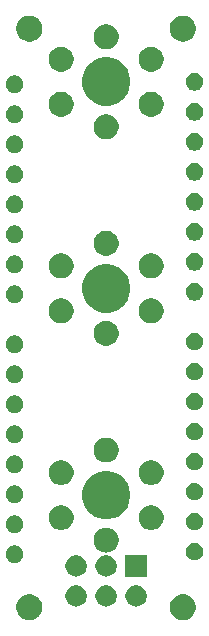
<source format=gbr>
G04 #@! TF.GenerationSoftware,KiCad,Pcbnew,5.1.5-52549c5~84~ubuntu18.04.1*
G04 #@! TF.CreationDate,2020-01-13T21:42:59-08:00*
G04 #@! TF.ProjectId,somos_wristband_1.0,736f6d6f-735f-4777-9269-737462616e64,rev?*
G04 #@! TF.SameCoordinates,Original*
G04 #@! TF.FileFunction,Soldermask,Bot*
G04 #@! TF.FilePolarity,Negative*
%FSLAX46Y46*%
G04 Gerber Fmt 4.6, Leading zero omitted, Abs format (unit mm)*
G04 Created by KiCad (PCBNEW 5.1.5-52549c5~84~ubuntu18.04.1) date 2020-01-13 21:42:59*
%MOMM*%
%LPD*%
G04 APERTURE LIST*
%ADD10C,0.100000*%
G04 APERTURE END LIST*
D10*
G36*
X156714795Y-126420156D02*
G01*
X156821150Y-126441311D01*
X156845166Y-126451259D01*
X157021520Y-126524307D01*
X157201844Y-126644795D01*
X157355205Y-126798156D01*
X157475693Y-126978480D01*
X157558689Y-127178851D01*
X157601000Y-127391560D01*
X157601000Y-127608440D01*
X157558689Y-127821149D01*
X157475693Y-128021520D01*
X157355205Y-128201844D01*
X157201844Y-128355205D01*
X157021520Y-128475693D01*
X156921334Y-128517191D01*
X156821150Y-128558689D01*
X156714794Y-128579845D01*
X156608440Y-128601000D01*
X156391560Y-128601000D01*
X156285206Y-128579845D01*
X156178850Y-128558689D01*
X156078666Y-128517191D01*
X155978480Y-128475693D01*
X155798156Y-128355205D01*
X155644795Y-128201844D01*
X155524307Y-128021520D01*
X155441311Y-127821149D01*
X155399000Y-127608440D01*
X155399000Y-127391560D01*
X155441311Y-127178851D01*
X155524307Y-126978480D01*
X155644795Y-126798156D01*
X155798156Y-126644795D01*
X155978480Y-126524307D01*
X156154834Y-126451259D01*
X156178850Y-126441311D01*
X156285205Y-126420156D01*
X156391560Y-126399000D01*
X156608440Y-126399000D01*
X156714795Y-126420156D01*
G37*
G36*
X143714795Y-126420156D02*
G01*
X143821150Y-126441311D01*
X143845166Y-126451259D01*
X144021520Y-126524307D01*
X144201844Y-126644795D01*
X144355205Y-126798156D01*
X144475693Y-126978480D01*
X144558689Y-127178851D01*
X144601000Y-127391560D01*
X144601000Y-127608440D01*
X144558689Y-127821149D01*
X144475693Y-128021520D01*
X144355205Y-128201844D01*
X144201844Y-128355205D01*
X144021520Y-128475693D01*
X143921334Y-128517191D01*
X143821150Y-128558689D01*
X143714794Y-128579845D01*
X143608440Y-128601000D01*
X143391560Y-128601000D01*
X143285206Y-128579845D01*
X143178850Y-128558689D01*
X143078666Y-128517191D01*
X142978480Y-128475693D01*
X142798156Y-128355205D01*
X142644795Y-128201844D01*
X142524307Y-128021520D01*
X142441311Y-127821149D01*
X142399000Y-127608440D01*
X142399000Y-127391560D01*
X142441311Y-127178851D01*
X142524307Y-126978480D01*
X142644795Y-126798156D01*
X142798156Y-126644795D01*
X142978480Y-126524307D01*
X143154834Y-126451259D01*
X143178850Y-126441311D01*
X143285205Y-126420156D01*
X143391560Y-126399000D01*
X143608440Y-126399000D01*
X143714795Y-126420156D01*
G37*
G36*
X152653512Y-125643927D02*
G01*
X152802812Y-125673624D01*
X152966784Y-125741544D01*
X153114354Y-125840147D01*
X153239853Y-125965646D01*
X153338456Y-126113216D01*
X153406376Y-126277188D01*
X153441000Y-126451259D01*
X153441000Y-126628741D01*
X153406376Y-126802812D01*
X153338456Y-126966784D01*
X153239853Y-127114354D01*
X153114354Y-127239853D01*
X152966784Y-127338456D01*
X152802812Y-127406376D01*
X152653512Y-127436073D01*
X152628742Y-127441000D01*
X152451258Y-127441000D01*
X152426488Y-127436073D01*
X152277188Y-127406376D01*
X152113216Y-127338456D01*
X151965646Y-127239853D01*
X151840147Y-127114354D01*
X151741544Y-126966784D01*
X151673624Y-126802812D01*
X151639000Y-126628741D01*
X151639000Y-126451259D01*
X151673624Y-126277188D01*
X151741544Y-126113216D01*
X151840147Y-125965646D01*
X151965646Y-125840147D01*
X152113216Y-125741544D01*
X152277188Y-125673624D01*
X152426488Y-125643927D01*
X152451258Y-125639000D01*
X152628742Y-125639000D01*
X152653512Y-125643927D01*
G37*
G36*
X150113512Y-125643927D02*
G01*
X150262812Y-125673624D01*
X150426784Y-125741544D01*
X150574354Y-125840147D01*
X150699853Y-125965646D01*
X150798456Y-126113216D01*
X150866376Y-126277188D01*
X150901000Y-126451259D01*
X150901000Y-126628741D01*
X150866376Y-126802812D01*
X150798456Y-126966784D01*
X150699853Y-127114354D01*
X150574354Y-127239853D01*
X150426784Y-127338456D01*
X150262812Y-127406376D01*
X150113512Y-127436073D01*
X150088742Y-127441000D01*
X149911258Y-127441000D01*
X149886488Y-127436073D01*
X149737188Y-127406376D01*
X149573216Y-127338456D01*
X149425646Y-127239853D01*
X149300147Y-127114354D01*
X149201544Y-126966784D01*
X149133624Y-126802812D01*
X149099000Y-126628741D01*
X149099000Y-126451259D01*
X149133624Y-126277188D01*
X149201544Y-126113216D01*
X149300147Y-125965646D01*
X149425646Y-125840147D01*
X149573216Y-125741544D01*
X149737188Y-125673624D01*
X149886488Y-125643927D01*
X149911258Y-125639000D01*
X150088742Y-125639000D01*
X150113512Y-125643927D01*
G37*
G36*
X147573512Y-125643927D02*
G01*
X147722812Y-125673624D01*
X147886784Y-125741544D01*
X148034354Y-125840147D01*
X148159853Y-125965646D01*
X148258456Y-126113216D01*
X148326376Y-126277188D01*
X148361000Y-126451259D01*
X148361000Y-126628741D01*
X148326376Y-126802812D01*
X148258456Y-126966784D01*
X148159853Y-127114354D01*
X148034354Y-127239853D01*
X147886784Y-127338456D01*
X147722812Y-127406376D01*
X147573512Y-127436073D01*
X147548742Y-127441000D01*
X147371258Y-127441000D01*
X147346488Y-127436073D01*
X147197188Y-127406376D01*
X147033216Y-127338456D01*
X146885646Y-127239853D01*
X146760147Y-127114354D01*
X146661544Y-126966784D01*
X146593624Y-126802812D01*
X146559000Y-126628741D01*
X146559000Y-126451259D01*
X146593624Y-126277188D01*
X146661544Y-126113216D01*
X146760147Y-125965646D01*
X146885646Y-125840147D01*
X147033216Y-125741544D01*
X147197188Y-125673624D01*
X147346488Y-125643927D01*
X147371258Y-125639000D01*
X147548742Y-125639000D01*
X147573512Y-125643927D01*
G37*
G36*
X153441000Y-124901000D02*
G01*
X151639000Y-124901000D01*
X151639000Y-123099000D01*
X153441000Y-123099000D01*
X153441000Y-124901000D01*
G37*
G36*
X150306564Y-120799389D02*
G01*
X150395880Y-120836385D01*
X150497835Y-120878616D01*
X150538113Y-120905529D01*
X150669973Y-120993635D01*
X150816365Y-121140027D01*
X150931385Y-121312167D01*
X151010611Y-121503436D01*
X151051000Y-121706484D01*
X151051000Y-121913516D01*
X151010611Y-122116564D01*
X150934105Y-122301267D01*
X150931384Y-122307835D01*
X150816365Y-122479973D01*
X150669973Y-122626365D01*
X150497835Y-122741384D01*
X150497834Y-122741385D01*
X150497833Y-122741385D01*
X150306564Y-122820611D01*
X150114212Y-122858872D01*
X150090763Y-122865985D01*
X150069152Y-122877536D01*
X150050210Y-122893081D01*
X150034665Y-122912023D01*
X150023114Y-122933634D01*
X150016001Y-122957083D01*
X150013599Y-122981469D01*
X150016001Y-123005855D01*
X150023114Y-123029304D01*
X150034665Y-123050915D01*
X150050210Y-123069857D01*
X150069152Y-123085402D01*
X150090763Y-123096953D01*
X150114211Y-123104066D01*
X150135804Y-123108361D01*
X150262812Y-123133624D01*
X150426784Y-123201544D01*
X150574354Y-123300147D01*
X150699853Y-123425646D01*
X150798456Y-123573216D01*
X150866376Y-123737188D01*
X150901000Y-123911259D01*
X150901000Y-124088741D01*
X150866376Y-124262812D01*
X150798456Y-124426784D01*
X150699853Y-124574354D01*
X150574354Y-124699853D01*
X150426784Y-124798456D01*
X150262812Y-124866376D01*
X150113512Y-124896073D01*
X150088742Y-124901000D01*
X149911258Y-124901000D01*
X149886488Y-124896073D01*
X149737188Y-124866376D01*
X149573216Y-124798456D01*
X149425646Y-124699853D01*
X149300147Y-124574354D01*
X149201544Y-124426784D01*
X149133624Y-124262812D01*
X149099000Y-124088741D01*
X149099000Y-123911259D01*
X149133624Y-123737188D01*
X149201544Y-123573216D01*
X149300147Y-123425646D01*
X149425646Y-123300147D01*
X149573216Y-123201544D01*
X149737188Y-123133624D01*
X149864196Y-123108361D01*
X149885789Y-123104066D01*
X149909238Y-123096953D01*
X149930848Y-123085402D01*
X149949790Y-123069856D01*
X149965335Y-123050914D01*
X149976886Y-123029304D01*
X149983999Y-123005855D01*
X149986401Y-122981468D01*
X149983999Y-122957082D01*
X149976886Y-122933633D01*
X149965335Y-122912023D01*
X149949789Y-122893081D01*
X149930847Y-122877536D01*
X149909237Y-122865985D01*
X149885788Y-122858872D01*
X149693436Y-122820611D01*
X149502167Y-122741385D01*
X149502166Y-122741385D01*
X149502165Y-122741384D01*
X149330027Y-122626365D01*
X149183635Y-122479973D01*
X149068616Y-122307835D01*
X149065895Y-122301267D01*
X148989389Y-122116564D01*
X148949000Y-121913516D01*
X148949000Y-121706484D01*
X148989389Y-121503436D01*
X149068615Y-121312167D01*
X149183635Y-121140027D01*
X149330027Y-120993635D01*
X149461887Y-120905529D01*
X149502165Y-120878616D01*
X149604120Y-120836385D01*
X149693436Y-120799389D01*
X149896484Y-120759000D01*
X150103516Y-120759000D01*
X150306564Y-120799389D01*
G37*
G36*
X147573512Y-123103927D02*
G01*
X147722812Y-123133624D01*
X147886784Y-123201544D01*
X148034354Y-123300147D01*
X148159853Y-123425646D01*
X148258456Y-123573216D01*
X148326376Y-123737188D01*
X148361000Y-123911259D01*
X148361000Y-124088741D01*
X148326376Y-124262812D01*
X148258456Y-124426784D01*
X148159853Y-124574354D01*
X148034354Y-124699853D01*
X147886784Y-124798456D01*
X147722812Y-124866376D01*
X147573512Y-124896073D01*
X147548742Y-124901000D01*
X147371258Y-124901000D01*
X147346488Y-124896073D01*
X147197188Y-124866376D01*
X147033216Y-124798456D01*
X146885646Y-124699853D01*
X146760147Y-124574354D01*
X146661544Y-124426784D01*
X146593624Y-124262812D01*
X146559000Y-124088741D01*
X146559000Y-123911259D01*
X146593624Y-123737188D01*
X146661544Y-123573216D01*
X146760147Y-123425646D01*
X146885646Y-123300147D01*
X147033216Y-123201544D01*
X147197188Y-123133624D01*
X147346488Y-123103927D01*
X147371258Y-123099000D01*
X147548742Y-123099000D01*
X147573512Y-123103927D01*
G37*
G36*
X142459059Y-122277860D02*
G01*
X142515564Y-122301265D01*
X142595732Y-122334472D01*
X142718735Y-122416660D01*
X142823340Y-122521265D01*
X142905528Y-122644268D01*
X142905529Y-122644270D01*
X142962140Y-122780941D01*
X142991000Y-122926032D01*
X142991000Y-123073968D01*
X142965624Y-123201544D01*
X142962140Y-123219059D01*
X142905528Y-123355732D01*
X142823340Y-123478735D01*
X142718735Y-123583340D01*
X142595732Y-123665528D01*
X142595731Y-123665529D01*
X142595730Y-123665529D01*
X142459059Y-123722140D01*
X142313968Y-123751000D01*
X142166032Y-123751000D01*
X142020941Y-123722140D01*
X141884270Y-123665529D01*
X141884269Y-123665529D01*
X141884268Y-123665528D01*
X141761265Y-123583340D01*
X141656660Y-123478735D01*
X141574472Y-123355732D01*
X141517860Y-123219059D01*
X141514376Y-123201544D01*
X141489000Y-123073968D01*
X141489000Y-122926032D01*
X141517860Y-122780941D01*
X141574471Y-122644270D01*
X141574472Y-122644268D01*
X141656660Y-122521265D01*
X141761265Y-122416660D01*
X141884268Y-122334472D01*
X141964437Y-122301265D01*
X142020941Y-122277860D01*
X142166032Y-122249000D01*
X142313968Y-122249000D01*
X142459059Y-122277860D01*
G37*
G36*
X157699059Y-122057860D02*
G01*
X157835732Y-122114472D01*
X157958735Y-122196660D01*
X158063340Y-122301265D01*
X158140444Y-122416660D01*
X158145529Y-122424270D01*
X158202140Y-122560941D01*
X158231000Y-122706032D01*
X158231000Y-122853968D01*
X158202140Y-122999059D01*
X158166376Y-123085402D01*
X158145528Y-123135732D01*
X158063340Y-123258735D01*
X157958735Y-123363340D01*
X157835732Y-123445528D01*
X157835731Y-123445529D01*
X157835730Y-123445529D01*
X157699059Y-123502140D01*
X157553968Y-123531000D01*
X157406032Y-123531000D01*
X157260941Y-123502140D01*
X157124270Y-123445529D01*
X157124269Y-123445529D01*
X157124268Y-123445528D01*
X157001265Y-123363340D01*
X156896660Y-123258735D01*
X156814472Y-123135732D01*
X156793625Y-123085402D01*
X156757860Y-122999059D01*
X156729000Y-122853968D01*
X156729000Y-122706032D01*
X156757860Y-122560941D01*
X156814471Y-122424270D01*
X156819556Y-122416660D01*
X156896660Y-122301265D01*
X157001265Y-122196660D01*
X157124268Y-122114472D01*
X157260941Y-122057860D01*
X157406032Y-122029000D01*
X157553968Y-122029000D01*
X157699059Y-122057860D01*
G37*
G36*
X142459059Y-119737860D02*
G01*
X142515564Y-119761265D01*
X142595732Y-119794472D01*
X142718735Y-119876660D01*
X142823340Y-119981265D01*
X142869935Y-120051000D01*
X142905529Y-120104270D01*
X142962140Y-120240941D01*
X142991000Y-120386032D01*
X142991000Y-120533968D01*
X142962140Y-120679059D01*
X142905528Y-120815732D01*
X142823340Y-120938735D01*
X142718735Y-121043340D01*
X142595732Y-121125528D01*
X142595731Y-121125529D01*
X142595730Y-121125529D01*
X142459059Y-121182140D01*
X142313968Y-121211000D01*
X142166032Y-121211000D01*
X142020941Y-121182140D01*
X141884270Y-121125529D01*
X141884269Y-121125529D01*
X141884268Y-121125528D01*
X141761265Y-121043340D01*
X141656660Y-120938735D01*
X141574472Y-120815732D01*
X141517860Y-120679059D01*
X141489000Y-120533968D01*
X141489000Y-120386032D01*
X141517860Y-120240941D01*
X141574471Y-120104270D01*
X141610065Y-120051000D01*
X141656660Y-119981265D01*
X141761265Y-119876660D01*
X141884268Y-119794472D01*
X141964437Y-119761265D01*
X142020941Y-119737860D01*
X142166032Y-119709000D01*
X142313968Y-119709000D01*
X142459059Y-119737860D01*
G37*
G36*
X157699059Y-119517860D02*
G01*
X157835732Y-119574472D01*
X157958735Y-119656660D01*
X158063340Y-119761265D01*
X158140444Y-119876660D01*
X158145529Y-119884270D01*
X158202140Y-120020941D01*
X158231000Y-120166032D01*
X158231000Y-120313968D01*
X158213324Y-120402833D01*
X158202140Y-120459059D01*
X158145528Y-120595732D01*
X158063340Y-120718735D01*
X157958735Y-120823340D01*
X157835732Y-120905528D01*
X157835731Y-120905529D01*
X157835730Y-120905529D01*
X157699059Y-120962140D01*
X157553968Y-120991000D01*
X157406032Y-120991000D01*
X157260941Y-120962140D01*
X157124270Y-120905529D01*
X157124269Y-120905529D01*
X157124268Y-120905528D01*
X157001265Y-120823340D01*
X156896660Y-120718735D01*
X156814472Y-120595732D01*
X156757860Y-120459059D01*
X156746676Y-120402833D01*
X156729000Y-120313968D01*
X156729000Y-120166032D01*
X156757860Y-120020941D01*
X156814471Y-119884270D01*
X156819556Y-119876660D01*
X156896660Y-119761265D01*
X157001265Y-119656660D01*
X157124268Y-119574472D01*
X157260941Y-119517860D01*
X157406032Y-119489000D01*
X157553968Y-119489000D01*
X157699059Y-119517860D01*
G37*
G36*
X146496564Y-118894389D02*
G01*
X146682753Y-118971511D01*
X146687835Y-118973616D01*
X146859973Y-119088635D01*
X147006365Y-119235027D01*
X147121385Y-119407167D01*
X147200611Y-119598436D01*
X147241000Y-119801484D01*
X147241000Y-120008516D01*
X147200611Y-120211564D01*
X147158194Y-120313967D01*
X147121384Y-120402835D01*
X147006365Y-120574973D01*
X146859973Y-120721365D01*
X146687835Y-120836384D01*
X146687834Y-120836385D01*
X146687833Y-120836385D01*
X146496564Y-120915611D01*
X146293516Y-120956000D01*
X146086484Y-120956000D01*
X145883436Y-120915611D01*
X145692167Y-120836385D01*
X145692166Y-120836385D01*
X145692165Y-120836384D01*
X145520027Y-120721365D01*
X145373635Y-120574973D01*
X145258616Y-120402835D01*
X145221806Y-120313967D01*
X145179389Y-120211564D01*
X145139000Y-120008516D01*
X145139000Y-119801484D01*
X145179389Y-119598436D01*
X145258615Y-119407167D01*
X145373635Y-119235027D01*
X145520027Y-119088635D01*
X145692165Y-118973616D01*
X145697247Y-118971511D01*
X145883436Y-118894389D01*
X146086484Y-118854000D01*
X146293516Y-118854000D01*
X146496564Y-118894389D01*
G37*
G36*
X154116564Y-118894389D02*
G01*
X154302753Y-118971511D01*
X154307835Y-118973616D01*
X154479973Y-119088635D01*
X154626365Y-119235027D01*
X154741385Y-119407167D01*
X154820611Y-119598436D01*
X154861000Y-119801484D01*
X154861000Y-120008516D01*
X154820611Y-120211564D01*
X154778194Y-120313967D01*
X154741384Y-120402835D01*
X154626365Y-120574973D01*
X154479973Y-120721365D01*
X154307835Y-120836384D01*
X154307834Y-120836385D01*
X154307833Y-120836385D01*
X154116564Y-120915611D01*
X153913516Y-120956000D01*
X153706484Y-120956000D01*
X153503436Y-120915611D01*
X153312167Y-120836385D01*
X153312166Y-120836385D01*
X153312165Y-120836384D01*
X153140027Y-120721365D01*
X152993635Y-120574973D01*
X152878616Y-120402835D01*
X152841806Y-120313967D01*
X152799389Y-120211564D01*
X152759000Y-120008516D01*
X152759000Y-119801484D01*
X152799389Y-119598436D01*
X152878615Y-119407167D01*
X152993635Y-119235027D01*
X153140027Y-119088635D01*
X153312165Y-118973616D01*
X153317247Y-118971511D01*
X153503436Y-118894389D01*
X153706484Y-118854000D01*
X153913516Y-118854000D01*
X154116564Y-118894389D01*
G37*
G36*
X150598254Y-116027818D02*
G01*
X150971511Y-116182426D01*
X150971513Y-116182427D01*
X151307436Y-116406884D01*
X151593116Y-116692564D01*
X151816168Y-117026384D01*
X151817574Y-117028489D01*
X151972182Y-117401746D01*
X152051000Y-117797993D01*
X152051000Y-118202007D01*
X151972182Y-118598254D01*
X151817574Y-118971511D01*
X151817573Y-118971513D01*
X151593116Y-119307436D01*
X151307436Y-119593116D01*
X150971513Y-119817573D01*
X150971512Y-119817574D01*
X150971511Y-119817574D01*
X150598254Y-119972182D01*
X150202007Y-120051000D01*
X149797993Y-120051000D01*
X149401746Y-119972182D01*
X149028489Y-119817574D01*
X149028488Y-119817574D01*
X149028487Y-119817573D01*
X148692564Y-119593116D01*
X148406884Y-119307436D01*
X148182427Y-118971513D01*
X148182426Y-118971511D01*
X148027818Y-118598254D01*
X147949000Y-118202007D01*
X147949000Y-117797993D01*
X148027818Y-117401746D01*
X148182426Y-117028489D01*
X148183833Y-117026384D01*
X148406884Y-116692564D01*
X148692564Y-116406884D01*
X149028487Y-116182427D01*
X149028489Y-116182426D01*
X149401746Y-116027818D01*
X149797993Y-115949000D01*
X150202007Y-115949000D01*
X150598254Y-116027818D01*
G37*
G36*
X142459059Y-117197860D02*
G01*
X142515564Y-117221265D01*
X142595732Y-117254472D01*
X142718735Y-117336660D01*
X142823340Y-117441265D01*
X142905528Y-117564268D01*
X142905529Y-117564270D01*
X142962140Y-117700941D01*
X142991000Y-117846032D01*
X142991000Y-117993968D01*
X142962140Y-118139059D01*
X142905528Y-118275732D01*
X142823340Y-118398735D01*
X142718735Y-118503340D01*
X142595732Y-118585528D01*
X142595731Y-118585529D01*
X142595730Y-118585529D01*
X142459059Y-118642140D01*
X142313968Y-118671000D01*
X142166032Y-118671000D01*
X142020941Y-118642140D01*
X141884270Y-118585529D01*
X141884269Y-118585529D01*
X141884268Y-118585528D01*
X141761265Y-118503340D01*
X141656660Y-118398735D01*
X141574472Y-118275732D01*
X141517860Y-118139059D01*
X141489000Y-117993968D01*
X141489000Y-117846032D01*
X141517860Y-117700941D01*
X141574471Y-117564270D01*
X141574472Y-117564268D01*
X141656660Y-117441265D01*
X141761265Y-117336660D01*
X141884268Y-117254472D01*
X141964437Y-117221265D01*
X142020941Y-117197860D01*
X142166032Y-117169000D01*
X142313968Y-117169000D01*
X142459059Y-117197860D01*
G37*
G36*
X157699059Y-116977860D02*
G01*
X157816209Y-117026385D01*
X157835732Y-117034472D01*
X157958735Y-117116660D01*
X158063340Y-117221265D01*
X158140444Y-117336660D01*
X158145529Y-117344270D01*
X158202140Y-117480941D01*
X158231000Y-117626032D01*
X158231000Y-117773968D01*
X158202140Y-117919059D01*
X158145528Y-118055732D01*
X158063340Y-118178735D01*
X157958735Y-118283340D01*
X157835732Y-118365528D01*
X157835731Y-118365529D01*
X157835730Y-118365529D01*
X157699059Y-118422140D01*
X157553968Y-118451000D01*
X157406032Y-118451000D01*
X157260941Y-118422140D01*
X157124270Y-118365529D01*
X157124269Y-118365529D01*
X157124268Y-118365528D01*
X157001265Y-118283340D01*
X156896660Y-118178735D01*
X156814472Y-118055732D01*
X156757860Y-117919059D01*
X156729000Y-117773968D01*
X156729000Y-117626032D01*
X156757860Y-117480941D01*
X156814471Y-117344270D01*
X156819556Y-117336660D01*
X156896660Y-117221265D01*
X157001265Y-117116660D01*
X157124268Y-117034472D01*
X157143792Y-117026385D01*
X157260941Y-116977860D01*
X157406032Y-116949000D01*
X157553968Y-116949000D01*
X157699059Y-116977860D01*
G37*
G36*
X154116564Y-115084389D02*
G01*
X154205880Y-115121385D01*
X154307835Y-115163616D01*
X154413124Y-115233968D01*
X154479973Y-115278635D01*
X154626365Y-115425027D01*
X154741385Y-115597167D01*
X154820611Y-115788436D01*
X154861000Y-115991484D01*
X154861000Y-116198516D01*
X154820611Y-116401564D01*
X154818407Y-116406884D01*
X154741384Y-116592835D01*
X154626365Y-116764973D01*
X154479973Y-116911365D01*
X154307835Y-117026384D01*
X154307834Y-117026385D01*
X154307833Y-117026385D01*
X154116564Y-117105611D01*
X153913516Y-117146000D01*
X153706484Y-117146000D01*
X153503436Y-117105611D01*
X153312167Y-117026385D01*
X153312166Y-117026385D01*
X153312165Y-117026384D01*
X153140027Y-116911365D01*
X152993635Y-116764973D01*
X152878616Y-116592835D01*
X152801593Y-116406884D01*
X152799389Y-116401564D01*
X152759000Y-116198516D01*
X152759000Y-115991484D01*
X152799389Y-115788436D01*
X152878615Y-115597167D01*
X152993635Y-115425027D01*
X153140027Y-115278635D01*
X153206876Y-115233968D01*
X153312165Y-115163616D01*
X153414120Y-115121385D01*
X153503436Y-115084389D01*
X153706484Y-115044000D01*
X153913516Y-115044000D01*
X154116564Y-115084389D01*
G37*
G36*
X146496564Y-115084389D02*
G01*
X146585880Y-115121385D01*
X146687835Y-115163616D01*
X146793124Y-115233968D01*
X146859973Y-115278635D01*
X147006365Y-115425027D01*
X147121385Y-115597167D01*
X147200611Y-115788436D01*
X147241000Y-115991484D01*
X147241000Y-116198516D01*
X147200611Y-116401564D01*
X147198407Y-116406884D01*
X147121384Y-116592835D01*
X147006365Y-116764973D01*
X146859973Y-116911365D01*
X146687835Y-117026384D01*
X146687834Y-117026385D01*
X146687833Y-117026385D01*
X146496564Y-117105611D01*
X146293516Y-117146000D01*
X146086484Y-117146000D01*
X145883436Y-117105611D01*
X145692167Y-117026385D01*
X145692166Y-117026385D01*
X145692165Y-117026384D01*
X145520027Y-116911365D01*
X145373635Y-116764973D01*
X145258616Y-116592835D01*
X145181593Y-116406884D01*
X145179389Y-116401564D01*
X145139000Y-116198516D01*
X145139000Y-115991484D01*
X145179389Y-115788436D01*
X145258615Y-115597167D01*
X145373635Y-115425027D01*
X145520027Y-115278635D01*
X145586876Y-115233968D01*
X145692165Y-115163616D01*
X145794120Y-115121385D01*
X145883436Y-115084389D01*
X146086484Y-115044000D01*
X146293516Y-115044000D01*
X146496564Y-115084389D01*
G37*
G36*
X142459059Y-114657860D02*
G01*
X142515564Y-114681265D01*
X142595732Y-114714472D01*
X142718735Y-114796660D01*
X142823340Y-114901265D01*
X142905528Y-115024268D01*
X142905529Y-115024270D01*
X142962140Y-115160941D01*
X142991000Y-115306032D01*
X142991000Y-115453968D01*
X142962517Y-115597165D01*
X142962140Y-115599059D01*
X142905528Y-115735732D01*
X142823340Y-115858735D01*
X142718735Y-115963340D01*
X142595732Y-116045528D01*
X142595731Y-116045529D01*
X142595730Y-116045529D01*
X142459059Y-116102140D01*
X142313968Y-116131000D01*
X142166032Y-116131000D01*
X142020941Y-116102140D01*
X141884270Y-116045529D01*
X141884269Y-116045529D01*
X141884268Y-116045528D01*
X141761265Y-115963340D01*
X141656660Y-115858735D01*
X141574472Y-115735732D01*
X141517860Y-115599059D01*
X141517483Y-115597165D01*
X141489000Y-115453968D01*
X141489000Y-115306032D01*
X141517860Y-115160941D01*
X141574471Y-115024270D01*
X141574472Y-115024268D01*
X141656660Y-114901265D01*
X141761265Y-114796660D01*
X141884268Y-114714472D01*
X141964437Y-114681265D01*
X142020941Y-114657860D01*
X142166032Y-114629000D01*
X142313968Y-114629000D01*
X142459059Y-114657860D01*
G37*
G36*
X157699059Y-114437860D02*
G01*
X157835732Y-114494472D01*
X157958735Y-114576660D01*
X158063340Y-114681265D01*
X158140444Y-114796660D01*
X158145529Y-114804270D01*
X158202140Y-114940941D01*
X158231000Y-115086032D01*
X158231000Y-115233968D01*
X158202140Y-115379059D01*
X158145528Y-115515732D01*
X158063340Y-115638735D01*
X157958735Y-115743340D01*
X157835732Y-115825528D01*
X157835731Y-115825529D01*
X157835730Y-115825529D01*
X157699059Y-115882140D01*
X157553968Y-115911000D01*
X157406032Y-115911000D01*
X157260941Y-115882140D01*
X157124270Y-115825529D01*
X157124269Y-115825529D01*
X157124268Y-115825528D01*
X157001265Y-115743340D01*
X156896660Y-115638735D01*
X156814472Y-115515732D01*
X156757860Y-115379059D01*
X156729000Y-115233968D01*
X156729000Y-115086032D01*
X156757860Y-114940941D01*
X156814471Y-114804270D01*
X156819556Y-114796660D01*
X156896660Y-114681265D01*
X157001265Y-114576660D01*
X157124268Y-114494472D01*
X157260941Y-114437860D01*
X157406032Y-114409000D01*
X157553968Y-114409000D01*
X157699059Y-114437860D01*
G37*
G36*
X150306564Y-113179389D02*
G01*
X150497833Y-113258615D01*
X150497835Y-113258616D01*
X150538113Y-113285529D01*
X150669973Y-113373635D01*
X150816365Y-113520027D01*
X150931385Y-113692167D01*
X151010611Y-113883436D01*
X151051000Y-114086484D01*
X151051000Y-114293516D01*
X151010611Y-114496564D01*
X150934105Y-114681267D01*
X150931384Y-114687835D01*
X150816365Y-114859973D01*
X150669973Y-115006365D01*
X150497835Y-115121384D01*
X150497834Y-115121385D01*
X150497833Y-115121385D01*
X150306564Y-115200611D01*
X150103516Y-115241000D01*
X149896484Y-115241000D01*
X149693436Y-115200611D01*
X149502167Y-115121385D01*
X149502166Y-115121385D01*
X149502165Y-115121384D01*
X149330027Y-115006365D01*
X149183635Y-114859973D01*
X149068616Y-114687835D01*
X149065895Y-114681267D01*
X148989389Y-114496564D01*
X148949000Y-114293516D01*
X148949000Y-114086484D01*
X148989389Y-113883436D01*
X149068615Y-113692167D01*
X149183635Y-113520027D01*
X149330027Y-113373635D01*
X149461887Y-113285529D01*
X149502165Y-113258616D01*
X149502167Y-113258615D01*
X149693436Y-113179389D01*
X149896484Y-113139000D01*
X150103516Y-113139000D01*
X150306564Y-113179389D01*
G37*
G36*
X142459059Y-112117860D02*
G01*
X142515564Y-112141265D01*
X142595732Y-112174472D01*
X142718735Y-112256660D01*
X142823340Y-112361265D01*
X142905528Y-112484268D01*
X142905529Y-112484270D01*
X142962140Y-112620941D01*
X142991000Y-112766032D01*
X142991000Y-112913968D01*
X142962140Y-113059059D01*
X142905528Y-113195732D01*
X142823340Y-113318735D01*
X142718735Y-113423340D01*
X142595732Y-113505528D01*
X142595731Y-113505529D01*
X142595730Y-113505529D01*
X142459059Y-113562140D01*
X142313968Y-113591000D01*
X142166032Y-113591000D01*
X142020941Y-113562140D01*
X141884270Y-113505529D01*
X141884269Y-113505529D01*
X141884268Y-113505528D01*
X141761265Y-113423340D01*
X141656660Y-113318735D01*
X141574472Y-113195732D01*
X141517860Y-113059059D01*
X141489000Y-112913968D01*
X141489000Y-112766032D01*
X141517860Y-112620941D01*
X141574471Y-112484270D01*
X141574472Y-112484268D01*
X141656660Y-112361265D01*
X141761265Y-112256660D01*
X141884268Y-112174472D01*
X141964437Y-112141265D01*
X142020941Y-112117860D01*
X142166032Y-112089000D01*
X142313968Y-112089000D01*
X142459059Y-112117860D01*
G37*
G36*
X157699059Y-111897860D02*
G01*
X157835732Y-111954472D01*
X157958735Y-112036660D01*
X158063340Y-112141265D01*
X158140444Y-112256660D01*
X158145529Y-112264270D01*
X158202140Y-112400941D01*
X158231000Y-112546032D01*
X158231000Y-112693968D01*
X158202140Y-112839059D01*
X158145528Y-112975732D01*
X158063340Y-113098735D01*
X157958735Y-113203340D01*
X157835732Y-113285528D01*
X157835731Y-113285529D01*
X157835730Y-113285529D01*
X157699059Y-113342140D01*
X157553968Y-113371000D01*
X157406032Y-113371000D01*
X157260941Y-113342140D01*
X157124270Y-113285529D01*
X157124269Y-113285529D01*
X157124268Y-113285528D01*
X157001265Y-113203340D01*
X156896660Y-113098735D01*
X156814472Y-112975732D01*
X156757860Y-112839059D01*
X156729000Y-112693968D01*
X156729000Y-112546032D01*
X156757860Y-112400941D01*
X156814471Y-112264270D01*
X156819556Y-112256660D01*
X156896660Y-112141265D01*
X157001265Y-112036660D01*
X157124268Y-111954472D01*
X157260941Y-111897860D01*
X157406032Y-111869000D01*
X157553968Y-111869000D01*
X157699059Y-111897860D01*
G37*
G36*
X142459059Y-109577860D02*
G01*
X142515564Y-109601265D01*
X142595732Y-109634472D01*
X142718735Y-109716660D01*
X142823340Y-109821265D01*
X142905528Y-109944268D01*
X142905529Y-109944270D01*
X142962140Y-110080941D01*
X142991000Y-110226032D01*
X142991000Y-110373968D01*
X142962140Y-110519059D01*
X142905528Y-110655732D01*
X142823340Y-110778735D01*
X142718735Y-110883340D01*
X142595732Y-110965528D01*
X142595731Y-110965529D01*
X142595730Y-110965529D01*
X142459059Y-111022140D01*
X142313968Y-111051000D01*
X142166032Y-111051000D01*
X142020941Y-111022140D01*
X141884270Y-110965529D01*
X141884269Y-110965529D01*
X141884268Y-110965528D01*
X141761265Y-110883340D01*
X141656660Y-110778735D01*
X141574472Y-110655732D01*
X141517860Y-110519059D01*
X141489000Y-110373968D01*
X141489000Y-110226032D01*
X141517860Y-110080941D01*
X141574471Y-109944270D01*
X141574472Y-109944268D01*
X141656660Y-109821265D01*
X141761265Y-109716660D01*
X141884268Y-109634472D01*
X141964437Y-109601265D01*
X142020941Y-109577860D01*
X142166032Y-109549000D01*
X142313968Y-109549000D01*
X142459059Y-109577860D01*
G37*
G36*
X157699059Y-109357860D02*
G01*
X157835732Y-109414472D01*
X157958735Y-109496660D01*
X158063340Y-109601265D01*
X158140444Y-109716660D01*
X158145529Y-109724270D01*
X158202140Y-109860941D01*
X158231000Y-110006032D01*
X158231000Y-110153968D01*
X158202140Y-110299059D01*
X158145528Y-110435732D01*
X158063340Y-110558735D01*
X157958735Y-110663340D01*
X157835732Y-110745528D01*
X157835731Y-110745529D01*
X157835730Y-110745529D01*
X157699059Y-110802140D01*
X157553968Y-110831000D01*
X157406032Y-110831000D01*
X157260941Y-110802140D01*
X157124270Y-110745529D01*
X157124269Y-110745529D01*
X157124268Y-110745528D01*
X157001265Y-110663340D01*
X156896660Y-110558735D01*
X156814472Y-110435732D01*
X156757860Y-110299059D01*
X156729000Y-110153968D01*
X156729000Y-110006032D01*
X156757860Y-109860941D01*
X156814471Y-109724270D01*
X156819556Y-109716660D01*
X156896660Y-109601265D01*
X157001265Y-109496660D01*
X157124268Y-109414472D01*
X157260941Y-109357860D01*
X157406032Y-109329000D01*
X157553968Y-109329000D01*
X157699059Y-109357860D01*
G37*
G36*
X142459059Y-107037860D02*
G01*
X142515564Y-107061265D01*
X142595732Y-107094472D01*
X142718735Y-107176660D01*
X142823340Y-107281265D01*
X142905528Y-107404268D01*
X142905529Y-107404270D01*
X142962140Y-107540941D01*
X142991000Y-107686032D01*
X142991000Y-107833968D01*
X142962140Y-107979059D01*
X142905528Y-108115732D01*
X142823340Y-108238735D01*
X142718735Y-108343340D01*
X142595732Y-108425528D01*
X142595731Y-108425529D01*
X142595730Y-108425529D01*
X142459059Y-108482140D01*
X142313968Y-108511000D01*
X142166032Y-108511000D01*
X142020941Y-108482140D01*
X141884270Y-108425529D01*
X141884269Y-108425529D01*
X141884268Y-108425528D01*
X141761265Y-108343340D01*
X141656660Y-108238735D01*
X141574472Y-108115732D01*
X141517860Y-107979059D01*
X141489000Y-107833968D01*
X141489000Y-107686032D01*
X141517860Y-107540941D01*
X141574471Y-107404270D01*
X141574472Y-107404268D01*
X141656660Y-107281265D01*
X141761265Y-107176660D01*
X141884268Y-107094472D01*
X141964437Y-107061265D01*
X142020941Y-107037860D01*
X142166032Y-107009000D01*
X142313968Y-107009000D01*
X142459059Y-107037860D01*
G37*
G36*
X157699059Y-106817860D02*
G01*
X157835732Y-106874472D01*
X157958735Y-106956660D01*
X158063340Y-107061265D01*
X158140444Y-107176660D01*
X158145529Y-107184270D01*
X158202140Y-107320941D01*
X158231000Y-107466032D01*
X158231000Y-107613968D01*
X158202140Y-107759059D01*
X158145528Y-107895732D01*
X158063340Y-108018735D01*
X157958735Y-108123340D01*
X157835732Y-108205528D01*
X157835731Y-108205529D01*
X157835730Y-108205529D01*
X157699059Y-108262140D01*
X157553968Y-108291000D01*
X157406032Y-108291000D01*
X157260941Y-108262140D01*
X157124270Y-108205529D01*
X157124269Y-108205529D01*
X157124268Y-108205528D01*
X157001265Y-108123340D01*
X156896660Y-108018735D01*
X156814472Y-107895732D01*
X156757860Y-107759059D01*
X156729000Y-107613968D01*
X156729000Y-107466032D01*
X156757860Y-107320941D01*
X156814471Y-107184270D01*
X156819556Y-107176660D01*
X156896660Y-107061265D01*
X157001265Y-106956660D01*
X157124268Y-106874472D01*
X157260941Y-106817860D01*
X157406032Y-106789000D01*
X157553968Y-106789000D01*
X157699059Y-106817860D01*
G37*
G36*
X142459059Y-104497860D02*
G01*
X142515564Y-104521265D01*
X142595732Y-104554472D01*
X142718735Y-104636660D01*
X142823340Y-104741265D01*
X142905528Y-104864268D01*
X142905529Y-104864270D01*
X142962140Y-105000941D01*
X142991000Y-105146032D01*
X142991000Y-105293968D01*
X142977667Y-105361000D01*
X142962140Y-105439059D01*
X142905528Y-105575732D01*
X142823340Y-105698735D01*
X142718735Y-105803340D01*
X142595732Y-105885528D01*
X142595731Y-105885529D01*
X142595730Y-105885529D01*
X142459059Y-105942140D01*
X142313968Y-105971000D01*
X142166032Y-105971000D01*
X142020941Y-105942140D01*
X141884270Y-105885529D01*
X141884269Y-105885529D01*
X141884268Y-105885528D01*
X141761265Y-105803340D01*
X141656660Y-105698735D01*
X141574472Y-105575732D01*
X141517860Y-105439059D01*
X141502333Y-105361000D01*
X141489000Y-105293968D01*
X141489000Y-105146032D01*
X141517860Y-105000941D01*
X141574471Y-104864270D01*
X141574472Y-104864268D01*
X141656660Y-104741265D01*
X141761265Y-104636660D01*
X141884268Y-104554472D01*
X141964437Y-104521265D01*
X142020941Y-104497860D01*
X142166032Y-104469000D01*
X142313968Y-104469000D01*
X142459059Y-104497860D01*
G37*
G36*
X157699059Y-104277860D02*
G01*
X157835732Y-104334472D01*
X157958735Y-104416660D01*
X158063340Y-104521265D01*
X158140444Y-104636660D01*
X158145529Y-104644270D01*
X158202140Y-104780941D01*
X158231000Y-104926032D01*
X158231000Y-105073968D01*
X158202140Y-105219059D01*
X158145528Y-105355732D01*
X158063340Y-105478735D01*
X157958735Y-105583340D01*
X157835732Y-105665528D01*
X157835731Y-105665529D01*
X157835730Y-105665529D01*
X157699059Y-105722140D01*
X157553968Y-105751000D01*
X157406032Y-105751000D01*
X157260941Y-105722140D01*
X157124270Y-105665529D01*
X157124269Y-105665529D01*
X157124268Y-105665528D01*
X157001265Y-105583340D01*
X156896660Y-105478735D01*
X156814472Y-105355732D01*
X156757860Y-105219059D01*
X156729000Y-105073968D01*
X156729000Y-104926032D01*
X156757860Y-104780941D01*
X156814471Y-104644270D01*
X156819556Y-104636660D01*
X156896660Y-104521265D01*
X157001265Y-104416660D01*
X157124268Y-104334472D01*
X157260941Y-104277860D01*
X157406032Y-104249000D01*
X157553968Y-104249000D01*
X157699059Y-104277860D01*
G37*
G36*
X150306564Y-103299389D02*
G01*
X150395880Y-103336385D01*
X150497835Y-103378616D01*
X150553200Y-103415610D01*
X150669973Y-103493635D01*
X150816365Y-103640027D01*
X150931385Y-103812167D01*
X151010611Y-104003436D01*
X151051000Y-104206484D01*
X151051000Y-104413516D01*
X151010611Y-104616564D01*
X150958958Y-104741265D01*
X150931384Y-104807835D01*
X150816365Y-104979973D01*
X150669973Y-105126365D01*
X150497835Y-105241384D01*
X150497834Y-105241385D01*
X150497833Y-105241385D01*
X150306564Y-105320611D01*
X150103516Y-105361000D01*
X149896484Y-105361000D01*
X149693436Y-105320611D01*
X149502167Y-105241385D01*
X149502166Y-105241385D01*
X149502165Y-105241384D01*
X149330027Y-105126365D01*
X149183635Y-104979973D01*
X149068616Y-104807835D01*
X149041042Y-104741265D01*
X148989389Y-104616564D01*
X148949000Y-104413516D01*
X148949000Y-104206484D01*
X148989389Y-104003436D01*
X149068615Y-103812167D01*
X149183635Y-103640027D01*
X149330027Y-103493635D01*
X149446800Y-103415610D01*
X149502165Y-103378616D01*
X149604120Y-103336385D01*
X149693436Y-103299389D01*
X149896484Y-103259000D01*
X150103516Y-103259000D01*
X150306564Y-103299389D01*
G37*
G36*
X154116564Y-101394389D02*
G01*
X154302753Y-101471511D01*
X154307835Y-101473616D01*
X154315493Y-101478733D01*
X154479973Y-101588635D01*
X154626365Y-101735027D01*
X154741385Y-101907167D01*
X154820611Y-102098436D01*
X154861000Y-102301484D01*
X154861000Y-102508516D01*
X154820611Y-102711564D01*
X154741385Y-102902833D01*
X154741384Y-102902835D01*
X154626365Y-103074973D01*
X154479973Y-103221365D01*
X154307835Y-103336384D01*
X154307834Y-103336385D01*
X154307833Y-103336385D01*
X154116564Y-103415611D01*
X153913516Y-103456000D01*
X153706484Y-103456000D01*
X153503436Y-103415611D01*
X153312167Y-103336385D01*
X153312166Y-103336385D01*
X153312165Y-103336384D01*
X153140027Y-103221365D01*
X152993635Y-103074973D01*
X152878616Y-102902835D01*
X152878615Y-102902833D01*
X152799389Y-102711564D01*
X152759000Y-102508516D01*
X152759000Y-102301484D01*
X152799389Y-102098436D01*
X152878615Y-101907167D01*
X152993635Y-101735027D01*
X153140027Y-101588635D01*
X153304507Y-101478733D01*
X153312165Y-101473616D01*
X153317247Y-101471511D01*
X153503436Y-101394389D01*
X153706484Y-101354000D01*
X153913516Y-101354000D01*
X154116564Y-101394389D01*
G37*
G36*
X146496564Y-101394389D02*
G01*
X146682753Y-101471511D01*
X146687835Y-101473616D01*
X146695493Y-101478733D01*
X146859973Y-101588635D01*
X147006365Y-101735027D01*
X147121385Y-101907167D01*
X147200611Y-102098436D01*
X147241000Y-102301484D01*
X147241000Y-102508516D01*
X147200611Y-102711564D01*
X147121385Y-102902833D01*
X147121384Y-102902835D01*
X147006365Y-103074973D01*
X146859973Y-103221365D01*
X146687835Y-103336384D01*
X146687834Y-103336385D01*
X146687833Y-103336385D01*
X146496564Y-103415611D01*
X146293516Y-103456000D01*
X146086484Y-103456000D01*
X145883436Y-103415611D01*
X145692167Y-103336385D01*
X145692166Y-103336385D01*
X145692165Y-103336384D01*
X145520027Y-103221365D01*
X145373635Y-103074973D01*
X145258616Y-102902835D01*
X145258615Y-102902833D01*
X145179389Y-102711564D01*
X145139000Y-102508516D01*
X145139000Y-102301484D01*
X145179389Y-102098436D01*
X145258615Y-101907167D01*
X145373635Y-101735027D01*
X145520027Y-101588635D01*
X145684507Y-101478733D01*
X145692165Y-101473616D01*
X145697247Y-101471511D01*
X145883436Y-101394389D01*
X146086484Y-101354000D01*
X146293516Y-101354000D01*
X146496564Y-101394389D01*
G37*
G36*
X150598254Y-98527818D02*
G01*
X150963382Y-98679059D01*
X150971513Y-98682427D01*
X151307436Y-98906884D01*
X151593116Y-99192564D01*
X151816168Y-99526384D01*
X151817574Y-99528489D01*
X151972182Y-99901746D01*
X152051000Y-100297993D01*
X152051000Y-100702007D01*
X151972182Y-101098254D01*
X151828336Y-101445529D01*
X151817573Y-101471513D01*
X151593116Y-101807436D01*
X151307436Y-102093116D01*
X150971513Y-102317573D01*
X150971512Y-102317574D01*
X150971511Y-102317574D01*
X150598254Y-102472182D01*
X150202007Y-102551000D01*
X149797993Y-102551000D01*
X149401746Y-102472182D01*
X149028489Y-102317574D01*
X149028488Y-102317574D01*
X149028487Y-102317573D01*
X148692564Y-102093116D01*
X148406884Y-101807436D01*
X148182427Y-101471513D01*
X148171664Y-101445529D01*
X148027818Y-101098254D01*
X147949000Y-100702007D01*
X147949000Y-100297993D01*
X148027818Y-99901746D01*
X148182426Y-99528489D01*
X148183833Y-99526384D01*
X148406884Y-99192564D01*
X148692564Y-98906884D01*
X149028487Y-98682427D01*
X149036618Y-98679059D01*
X149401746Y-98527818D01*
X149797993Y-98449000D01*
X150202007Y-98449000D01*
X150598254Y-98527818D01*
G37*
G36*
X142459059Y-100277860D02*
G01*
X142515564Y-100301265D01*
X142595732Y-100334472D01*
X142718735Y-100416660D01*
X142823340Y-100521265D01*
X142905528Y-100644268D01*
X142905529Y-100644270D01*
X142962140Y-100780941D01*
X142991000Y-100926032D01*
X142991000Y-101073968D01*
X142962140Y-101219059D01*
X142906246Y-101354000D01*
X142905528Y-101355732D01*
X142823340Y-101478735D01*
X142718735Y-101583340D01*
X142595732Y-101665528D01*
X142595731Y-101665529D01*
X142595730Y-101665529D01*
X142459059Y-101722140D01*
X142313968Y-101751000D01*
X142166032Y-101751000D01*
X142020941Y-101722140D01*
X141884270Y-101665529D01*
X141884269Y-101665529D01*
X141884268Y-101665528D01*
X141761265Y-101583340D01*
X141656660Y-101478735D01*
X141574472Y-101355732D01*
X141573755Y-101354000D01*
X141517860Y-101219059D01*
X141489000Y-101073968D01*
X141489000Y-100926032D01*
X141517860Y-100780941D01*
X141574471Y-100644270D01*
X141574472Y-100644268D01*
X141656660Y-100521265D01*
X141761265Y-100416660D01*
X141884268Y-100334472D01*
X141964437Y-100301265D01*
X142020941Y-100277860D01*
X142166032Y-100249000D01*
X142313968Y-100249000D01*
X142459059Y-100277860D01*
G37*
G36*
X157699059Y-100057860D02*
G01*
X157835732Y-100114472D01*
X157958735Y-100196660D01*
X158063340Y-100301265D01*
X158140444Y-100416660D01*
X158145529Y-100424270D01*
X158202140Y-100560941D01*
X158231000Y-100706032D01*
X158231000Y-100853968D01*
X158202140Y-100999059D01*
X158145528Y-101135732D01*
X158063340Y-101258735D01*
X157958735Y-101363340D01*
X157835732Y-101445528D01*
X157835731Y-101445529D01*
X157835730Y-101445529D01*
X157699059Y-101502140D01*
X157553968Y-101531000D01*
X157406032Y-101531000D01*
X157260941Y-101502140D01*
X157124270Y-101445529D01*
X157124269Y-101445529D01*
X157124268Y-101445528D01*
X157001265Y-101363340D01*
X156896660Y-101258735D01*
X156814472Y-101135732D01*
X156757860Y-100999059D01*
X156729000Y-100853968D01*
X156729000Y-100706032D01*
X156757860Y-100560941D01*
X156814471Y-100424270D01*
X156819556Y-100416660D01*
X156896660Y-100301265D01*
X157001265Y-100196660D01*
X157124268Y-100114472D01*
X157260941Y-100057860D01*
X157406032Y-100029000D01*
X157553968Y-100029000D01*
X157699059Y-100057860D01*
G37*
G36*
X146496564Y-97584389D02*
G01*
X146671042Y-97656660D01*
X146687835Y-97663616D01*
X146743200Y-97700610D01*
X146859973Y-97778635D01*
X147006365Y-97925027D01*
X147121385Y-98097167D01*
X147200611Y-98288436D01*
X147241000Y-98491484D01*
X147241000Y-98698516D01*
X147200611Y-98901564D01*
X147141885Y-99043341D01*
X147121384Y-99092835D01*
X147006365Y-99264973D01*
X146859973Y-99411365D01*
X146687835Y-99526384D01*
X146687834Y-99526385D01*
X146687833Y-99526385D01*
X146496564Y-99605611D01*
X146293516Y-99646000D01*
X146086484Y-99646000D01*
X145883436Y-99605611D01*
X145692167Y-99526385D01*
X145692166Y-99526385D01*
X145692165Y-99526384D01*
X145520027Y-99411365D01*
X145373635Y-99264973D01*
X145258616Y-99092835D01*
X145238115Y-99043341D01*
X145179389Y-98901564D01*
X145139000Y-98698516D01*
X145139000Y-98491484D01*
X145179389Y-98288436D01*
X145258615Y-98097167D01*
X145373635Y-97925027D01*
X145520027Y-97778635D01*
X145636800Y-97700610D01*
X145692165Y-97663616D01*
X145708958Y-97656660D01*
X145883436Y-97584389D01*
X146086484Y-97544000D01*
X146293516Y-97544000D01*
X146496564Y-97584389D01*
G37*
G36*
X154116564Y-97584389D02*
G01*
X154291042Y-97656660D01*
X154307835Y-97663616D01*
X154363200Y-97700610D01*
X154479973Y-97778635D01*
X154626365Y-97925027D01*
X154741385Y-98097167D01*
X154820611Y-98288436D01*
X154861000Y-98491484D01*
X154861000Y-98698516D01*
X154820611Y-98901564D01*
X154761885Y-99043341D01*
X154741384Y-99092835D01*
X154626365Y-99264973D01*
X154479973Y-99411365D01*
X154307835Y-99526384D01*
X154307834Y-99526385D01*
X154307833Y-99526385D01*
X154116564Y-99605611D01*
X153913516Y-99646000D01*
X153706484Y-99646000D01*
X153503436Y-99605611D01*
X153312167Y-99526385D01*
X153312166Y-99526385D01*
X153312165Y-99526384D01*
X153140027Y-99411365D01*
X152993635Y-99264973D01*
X152878616Y-99092835D01*
X152858115Y-99043341D01*
X152799389Y-98901564D01*
X152759000Y-98698516D01*
X152759000Y-98491484D01*
X152799389Y-98288436D01*
X152878615Y-98097167D01*
X152993635Y-97925027D01*
X153140027Y-97778635D01*
X153256800Y-97700610D01*
X153312165Y-97663616D01*
X153328958Y-97656660D01*
X153503436Y-97584389D01*
X153706484Y-97544000D01*
X153913516Y-97544000D01*
X154116564Y-97584389D01*
G37*
G36*
X142459059Y-97737860D02*
G01*
X142557499Y-97778635D01*
X142595732Y-97794472D01*
X142718735Y-97876660D01*
X142823340Y-97981265D01*
X142900782Y-98097165D01*
X142905529Y-98104270D01*
X142962140Y-98240941D01*
X142991000Y-98386032D01*
X142991000Y-98533968D01*
X142962140Y-98679059D01*
X142905528Y-98815732D01*
X142823340Y-98938735D01*
X142718735Y-99043340D01*
X142595732Y-99125528D01*
X142595731Y-99125529D01*
X142595730Y-99125529D01*
X142459059Y-99182140D01*
X142313968Y-99211000D01*
X142166032Y-99211000D01*
X142020941Y-99182140D01*
X141884270Y-99125529D01*
X141884269Y-99125529D01*
X141884268Y-99125528D01*
X141761265Y-99043340D01*
X141656660Y-98938735D01*
X141574472Y-98815732D01*
X141517860Y-98679059D01*
X141489000Y-98533968D01*
X141489000Y-98386032D01*
X141517860Y-98240941D01*
X141574471Y-98104270D01*
X141579218Y-98097165D01*
X141656660Y-97981265D01*
X141761265Y-97876660D01*
X141884268Y-97794472D01*
X141922502Y-97778635D01*
X142020941Y-97737860D01*
X142166032Y-97709000D01*
X142313968Y-97709000D01*
X142459059Y-97737860D01*
G37*
G36*
X157699059Y-97517860D02*
G01*
X157762167Y-97544000D01*
X157835732Y-97574472D01*
X157958735Y-97656660D01*
X158063340Y-97761265D01*
X158140444Y-97876660D01*
X158145529Y-97884270D01*
X158202140Y-98020941D01*
X158231000Y-98166032D01*
X158231000Y-98313968D01*
X158204141Y-98449000D01*
X158202140Y-98459059D01*
X158145528Y-98595732D01*
X158063340Y-98718735D01*
X157958735Y-98823340D01*
X157835732Y-98905528D01*
X157835731Y-98905529D01*
X157835730Y-98905529D01*
X157699059Y-98962140D01*
X157553968Y-98991000D01*
X157406032Y-98991000D01*
X157260941Y-98962140D01*
X157124270Y-98905529D01*
X157124269Y-98905529D01*
X157124268Y-98905528D01*
X157001265Y-98823340D01*
X156896660Y-98718735D01*
X156814472Y-98595732D01*
X156757860Y-98459059D01*
X156755859Y-98449000D01*
X156729000Y-98313968D01*
X156729000Y-98166032D01*
X156757860Y-98020941D01*
X156814471Y-97884270D01*
X156819556Y-97876660D01*
X156896660Y-97761265D01*
X157001265Y-97656660D01*
X157124268Y-97574472D01*
X157197834Y-97544000D01*
X157260941Y-97517860D01*
X157406032Y-97489000D01*
X157553968Y-97489000D01*
X157699059Y-97517860D01*
G37*
G36*
X150306564Y-95679389D02*
G01*
X150497833Y-95758615D01*
X150497835Y-95758616D01*
X150669973Y-95873635D01*
X150816365Y-96020027D01*
X150895900Y-96139059D01*
X150931385Y-96192167D01*
X151010611Y-96383436D01*
X151051000Y-96586484D01*
X151051000Y-96793516D01*
X151010611Y-96996564D01*
X150931385Y-97187833D01*
X150931384Y-97187835D01*
X150816365Y-97359973D01*
X150669973Y-97506365D01*
X150497835Y-97621384D01*
X150497834Y-97621385D01*
X150497833Y-97621385D01*
X150306564Y-97700611D01*
X150103516Y-97741000D01*
X149896484Y-97741000D01*
X149693436Y-97700611D01*
X149502167Y-97621385D01*
X149502166Y-97621385D01*
X149502165Y-97621384D01*
X149330027Y-97506365D01*
X149183635Y-97359973D01*
X149068616Y-97187835D01*
X149068615Y-97187833D01*
X148989389Y-96996564D01*
X148949000Y-96793516D01*
X148949000Y-96586484D01*
X148989389Y-96383436D01*
X149068615Y-96192167D01*
X149104101Y-96139059D01*
X149183635Y-96020027D01*
X149330027Y-95873635D01*
X149502165Y-95758616D01*
X149502167Y-95758615D01*
X149693436Y-95679389D01*
X149896484Y-95639000D01*
X150103516Y-95639000D01*
X150306564Y-95679389D01*
G37*
G36*
X142459059Y-95197860D02*
G01*
X142515564Y-95221265D01*
X142595732Y-95254472D01*
X142718735Y-95336660D01*
X142823340Y-95441265D01*
X142905528Y-95564268D01*
X142905529Y-95564270D01*
X142962140Y-95700941D01*
X142991000Y-95846032D01*
X142991000Y-95993968D01*
X142962140Y-96139059D01*
X142905528Y-96275732D01*
X142823340Y-96398735D01*
X142718735Y-96503340D01*
X142595732Y-96585528D01*
X142595731Y-96585529D01*
X142595730Y-96585529D01*
X142459059Y-96642140D01*
X142313968Y-96671000D01*
X142166032Y-96671000D01*
X142020941Y-96642140D01*
X141884270Y-96585529D01*
X141884269Y-96585529D01*
X141884268Y-96585528D01*
X141761265Y-96503340D01*
X141656660Y-96398735D01*
X141574472Y-96275732D01*
X141517860Y-96139059D01*
X141489000Y-95993968D01*
X141489000Y-95846032D01*
X141517860Y-95700941D01*
X141574471Y-95564270D01*
X141574472Y-95564268D01*
X141656660Y-95441265D01*
X141761265Y-95336660D01*
X141884268Y-95254472D01*
X141964437Y-95221265D01*
X142020941Y-95197860D01*
X142166032Y-95169000D01*
X142313968Y-95169000D01*
X142459059Y-95197860D01*
G37*
G36*
X157699059Y-94977860D02*
G01*
X157835732Y-95034472D01*
X157958735Y-95116660D01*
X158063340Y-95221265D01*
X158140444Y-95336660D01*
X158145529Y-95344270D01*
X158202140Y-95480941D01*
X158231000Y-95626032D01*
X158231000Y-95773968D01*
X158211175Y-95873635D01*
X158202140Y-95919059D01*
X158145528Y-96055732D01*
X158063340Y-96178735D01*
X157958735Y-96283340D01*
X157835732Y-96365528D01*
X157835731Y-96365529D01*
X157835730Y-96365529D01*
X157699059Y-96422140D01*
X157553968Y-96451000D01*
X157406032Y-96451000D01*
X157260941Y-96422140D01*
X157124270Y-96365529D01*
X157124269Y-96365529D01*
X157124268Y-96365528D01*
X157001265Y-96283340D01*
X156896660Y-96178735D01*
X156814472Y-96055732D01*
X156757860Y-95919059D01*
X156748825Y-95873635D01*
X156729000Y-95773968D01*
X156729000Y-95626032D01*
X156757860Y-95480941D01*
X156814471Y-95344270D01*
X156819556Y-95336660D01*
X156896660Y-95221265D01*
X157001265Y-95116660D01*
X157124268Y-95034472D01*
X157260941Y-94977860D01*
X157406032Y-94949000D01*
X157553968Y-94949000D01*
X157699059Y-94977860D01*
G37*
G36*
X142459059Y-92657860D02*
G01*
X142515564Y-92681265D01*
X142595732Y-92714472D01*
X142718735Y-92796660D01*
X142823340Y-92901265D01*
X142905528Y-93024268D01*
X142905529Y-93024270D01*
X142962140Y-93160941D01*
X142991000Y-93306032D01*
X142991000Y-93453968D01*
X142962140Y-93599059D01*
X142905528Y-93735732D01*
X142823340Y-93858735D01*
X142718735Y-93963340D01*
X142595732Y-94045528D01*
X142595731Y-94045529D01*
X142595730Y-94045529D01*
X142459059Y-94102140D01*
X142313968Y-94131000D01*
X142166032Y-94131000D01*
X142020941Y-94102140D01*
X141884270Y-94045529D01*
X141884269Y-94045529D01*
X141884268Y-94045528D01*
X141761265Y-93963340D01*
X141656660Y-93858735D01*
X141574472Y-93735732D01*
X141517860Y-93599059D01*
X141489000Y-93453968D01*
X141489000Y-93306032D01*
X141517860Y-93160941D01*
X141574471Y-93024270D01*
X141574472Y-93024268D01*
X141656660Y-92901265D01*
X141761265Y-92796660D01*
X141884268Y-92714472D01*
X141964437Y-92681265D01*
X142020941Y-92657860D01*
X142166032Y-92629000D01*
X142313968Y-92629000D01*
X142459059Y-92657860D01*
G37*
G36*
X157699059Y-92437860D02*
G01*
X157835732Y-92494472D01*
X157958735Y-92576660D01*
X158063340Y-92681265D01*
X158140444Y-92796660D01*
X158145529Y-92804270D01*
X158202140Y-92940941D01*
X158231000Y-93086032D01*
X158231000Y-93233968D01*
X158202140Y-93379059D01*
X158145528Y-93515732D01*
X158063340Y-93638735D01*
X157958735Y-93743340D01*
X157835732Y-93825528D01*
X157835731Y-93825529D01*
X157835730Y-93825529D01*
X157699059Y-93882140D01*
X157553968Y-93911000D01*
X157406032Y-93911000D01*
X157260941Y-93882140D01*
X157124270Y-93825529D01*
X157124269Y-93825529D01*
X157124268Y-93825528D01*
X157001265Y-93743340D01*
X156896660Y-93638735D01*
X156814472Y-93515732D01*
X156757860Y-93379059D01*
X156729000Y-93233968D01*
X156729000Y-93086032D01*
X156757860Y-92940941D01*
X156814471Y-92804270D01*
X156819556Y-92796660D01*
X156896660Y-92681265D01*
X157001265Y-92576660D01*
X157124268Y-92494472D01*
X157260941Y-92437860D01*
X157406032Y-92409000D01*
X157553968Y-92409000D01*
X157699059Y-92437860D01*
G37*
G36*
X142459059Y-90117860D02*
G01*
X142515564Y-90141265D01*
X142595732Y-90174472D01*
X142718735Y-90256660D01*
X142823340Y-90361265D01*
X142905528Y-90484268D01*
X142905529Y-90484270D01*
X142962140Y-90620941D01*
X142991000Y-90766032D01*
X142991000Y-90913968D01*
X142962140Y-91059059D01*
X142905528Y-91195732D01*
X142823340Y-91318735D01*
X142718735Y-91423340D01*
X142595732Y-91505528D01*
X142595731Y-91505529D01*
X142595730Y-91505529D01*
X142459059Y-91562140D01*
X142313968Y-91591000D01*
X142166032Y-91591000D01*
X142020941Y-91562140D01*
X141884270Y-91505529D01*
X141884269Y-91505529D01*
X141884268Y-91505528D01*
X141761265Y-91423340D01*
X141656660Y-91318735D01*
X141574472Y-91195732D01*
X141517860Y-91059059D01*
X141489000Y-90913968D01*
X141489000Y-90766032D01*
X141517860Y-90620941D01*
X141574471Y-90484270D01*
X141574472Y-90484268D01*
X141656660Y-90361265D01*
X141761265Y-90256660D01*
X141884268Y-90174472D01*
X141964437Y-90141265D01*
X142020941Y-90117860D01*
X142166032Y-90089000D01*
X142313968Y-90089000D01*
X142459059Y-90117860D01*
G37*
G36*
X157699059Y-89897860D02*
G01*
X157835732Y-89954472D01*
X157958735Y-90036660D01*
X158063340Y-90141265D01*
X158140444Y-90256660D01*
X158145529Y-90264270D01*
X158202140Y-90400941D01*
X158231000Y-90546032D01*
X158231000Y-90693968D01*
X158202140Y-90839059D01*
X158145528Y-90975732D01*
X158063340Y-91098735D01*
X157958735Y-91203340D01*
X157835732Y-91285528D01*
X157835731Y-91285529D01*
X157835730Y-91285529D01*
X157699059Y-91342140D01*
X157553968Y-91371000D01*
X157406032Y-91371000D01*
X157260941Y-91342140D01*
X157124270Y-91285529D01*
X157124269Y-91285529D01*
X157124268Y-91285528D01*
X157001265Y-91203340D01*
X156896660Y-91098735D01*
X156814472Y-90975732D01*
X156757860Y-90839059D01*
X156729000Y-90693968D01*
X156729000Y-90546032D01*
X156757860Y-90400941D01*
X156814471Y-90264270D01*
X156819556Y-90256660D01*
X156896660Y-90141265D01*
X157001265Y-90036660D01*
X157124268Y-89954472D01*
X157260941Y-89897860D01*
X157406032Y-89869000D01*
X157553968Y-89869000D01*
X157699059Y-89897860D01*
G37*
G36*
X142459059Y-87577860D02*
G01*
X142515564Y-87601265D01*
X142595732Y-87634472D01*
X142718735Y-87716660D01*
X142823340Y-87821265D01*
X142849890Y-87861000D01*
X142905529Y-87944270D01*
X142962140Y-88080941D01*
X142991000Y-88226032D01*
X142991000Y-88373968D01*
X142962140Y-88519059D01*
X142905528Y-88655732D01*
X142823340Y-88778735D01*
X142718735Y-88883340D01*
X142595732Y-88965528D01*
X142595731Y-88965529D01*
X142595730Y-88965529D01*
X142459059Y-89022140D01*
X142313968Y-89051000D01*
X142166032Y-89051000D01*
X142020941Y-89022140D01*
X141884270Y-88965529D01*
X141884269Y-88965529D01*
X141884268Y-88965528D01*
X141761265Y-88883340D01*
X141656660Y-88778735D01*
X141574472Y-88655732D01*
X141517860Y-88519059D01*
X141489000Y-88373968D01*
X141489000Y-88226032D01*
X141517860Y-88080941D01*
X141574471Y-87944270D01*
X141630110Y-87861000D01*
X141656660Y-87821265D01*
X141761265Y-87716660D01*
X141884268Y-87634472D01*
X141964437Y-87601265D01*
X142020941Y-87577860D01*
X142166032Y-87549000D01*
X142313968Y-87549000D01*
X142459059Y-87577860D01*
G37*
G36*
X157699059Y-87357860D02*
G01*
X157835732Y-87414472D01*
X157958735Y-87496660D01*
X158063340Y-87601265D01*
X158140444Y-87716660D01*
X158145529Y-87724270D01*
X158202140Y-87860941D01*
X158231000Y-88006032D01*
X158231000Y-88153968D01*
X158202140Y-88299059D01*
X158145528Y-88435732D01*
X158063340Y-88558735D01*
X157958735Y-88663340D01*
X157835732Y-88745528D01*
X157835731Y-88745529D01*
X157835730Y-88745529D01*
X157699059Y-88802140D01*
X157553968Y-88831000D01*
X157406032Y-88831000D01*
X157260941Y-88802140D01*
X157124270Y-88745529D01*
X157124269Y-88745529D01*
X157124268Y-88745528D01*
X157001265Y-88663340D01*
X156896660Y-88558735D01*
X156814472Y-88435732D01*
X156757860Y-88299059D01*
X156729000Y-88153968D01*
X156729000Y-88006032D01*
X156757860Y-87860941D01*
X156814471Y-87724270D01*
X156819556Y-87716660D01*
X156896660Y-87601265D01*
X157001265Y-87496660D01*
X157124268Y-87414472D01*
X157260941Y-87357860D01*
X157406032Y-87329000D01*
X157553968Y-87329000D01*
X157699059Y-87357860D01*
G37*
G36*
X150306564Y-85799389D02*
G01*
X150395880Y-85836385D01*
X150497835Y-85878616D01*
X150669973Y-85993635D01*
X150816365Y-86140027D01*
X150882320Y-86238735D01*
X150931385Y-86312167D01*
X151010611Y-86503436D01*
X151051000Y-86706484D01*
X151051000Y-86913516D01*
X151010611Y-87116564D01*
X150931385Y-87307833D01*
X150931384Y-87307835D01*
X150816365Y-87479973D01*
X150669973Y-87626365D01*
X150497835Y-87741384D01*
X150497834Y-87741385D01*
X150497833Y-87741385D01*
X150306564Y-87820611D01*
X150103516Y-87861000D01*
X149896484Y-87861000D01*
X149693436Y-87820611D01*
X149502167Y-87741385D01*
X149502166Y-87741385D01*
X149502165Y-87741384D01*
X149330027Y-87626365D01*
X149183635Y-87479973D01*
X149068616Y-87307835D01*
X149068615Y-87307833D01*
X148989389Y-87116564D01*
X148949000Y-86913516D01*
X148949000Y-86706484D01*
X148989389Y-86503436D01*
X149068615Y-86312167D01*
X149117681Y-86238735D01*
X149183635Y-86140027D01*
X149330027Y-85993635D01*
X149502165Y-85878616D01*
X149604120Y-85836385D01*
X149693436Y-85799389D01*
X149896484Y-85759000D01*
X150103516Y-85759000D01*
X150306564Y-85799389D01*
G37*
G36*
X142459059Y-85037860D02*
G01*
X142515564Y-85061265D01*
X142595732Y-85094472D01*
X142718735Y-85176660D01*
X142823340Y-85281265D01*
X142904569Y-85402833D01*
X142905529Y-85404270D01*
X142962140Y-85540941D01*
X142991000Y-85686032D01*
X142991000Y-85833968D01*
X142974761Y-85915610D01*
X142962140Y-85979059D01*
X142905528Y-86115732D01*
X142823340Y-86238735D01*
X142718735Y-86343340D01*
X142595732Y-86425528D01*
X142595731Y-86425529D01*
X142595730Y-86425529D01*
X142459059Y-86482140D01*
X142313968Y-86511000D01*
X142166032Y-86511000D01*
X142020941Y-86482140D01*
X141884270Y-86425529D01*
X141884269Y-86425529D01*
X141884268Y-86425528D01*
X141761265Y-86343340D01*
X141656660Y-86238735D01*
X141574472Y-86115732D01*
X141517860Y-85979059D01*
X141505239Y-85915610D01*
X141489000Y-85833968D01*
X141489000Y-85686032D01*
X141517860Y-85540941D01*
X141574471Y-85404270D01*
X141575431Y-85402833D01*
X141656660Y-85281265D01*
X141761265Y-85176660D01*
X141884268Y-85094472D01*
X141964437Y-85061265D01*
X142020941Y-85037860D01*
X142166032Y-85009000D01*
X142313968Y-85009000D01*
X142459059Y-85037860D01*
G37*
G36*
X157616730Y-84801484D02*
G01*
X157699059Y-84817860D01*
X157835732Y-84874472D01*
X157958735Y-84956660D01*
X158063340Y-85061265D01*
X158140444Y-85176660D01*
X158145529Y-85184270D01*
X158202140Y-85320941D01*
X158231000Y-85466032D01*
X158231000Y-85613968D01*
X158202140Y-85759059D01*
X158170111Y-85836385D01*
X158145528Y-85895732D01*
X158063340Y-86018735D01*
X157958735Y-86123340D01*
X157835732Y-86205528D01*
X157835731Y-86205529D01*
X157835730Y-86205529D01*
X157699059Y-86262140D01*
X157553968Y-86291000D01*
X157406032Y-86291000D01*
X157260941Y-86262140D01*
X157124270Y-86205529D01*
X157124269Y-86205529D01*
X157124268Y-86205528D01*
X157001265Y-86123340D01*
X156896660Y-86018735D01*
X156814472Y-85895732D01*
X156789890Y-85836385D01*
X156757860Y-85759059D01*
X156729000Y-85613968D01*
X156729000Y-85466032D01*
X156757860Y-85320941D01*
X156814471Y-85184270D01*
X156819556Y-85176660D01*
X156896660Y-85061265D01*
X157001265Y-84956660D01*
X157124268Y-84874472D01*
X157260941Y-84817860D01*
X157343270Y-84801484D01*
X157406032Y-84789000D01*
X157553968Y-84789000D01*
X157616730Y-84801484D01*
G37*
G36*
X154116564Y-83894389D02*
G01*
X154302753Y-83971511D01*
X154307835Y-83973616D01*
X154479973Y-84088635D01*
X154626365Y-84235027D01*
X154741385Y-84407167D01*
X154820611Y-84598436D01*
X154861000Y-84801484D01*
X154861000Y-85008516D01*
X154820611Y-85211564D01*
X154741385Y-85402833D01*
X154741384Y-85402835D01*
X154626365Y-85574973D01*
X154479973Y-85721365D01*
X154307835Y-85836384D01*
X154307834Y-85836385D01*
X154307833Y-85836385D01*
X154116564Y-85915611D01*
X153913516Y-85956000D01*
X153706484Y-85956000D01*
X153503436Y-85915611D01*
X153312167Y-85836385D01*
X153312166Y-85836385D01*
X153312165Y-85836384D01*
X153140027Y-85721365D01*
X152993635Y-85574973D01*
X152878616Y-85402835D01*
X152878615Y-85402833D01*
X152799389Y-85211564D01*
X152759000Y-85008516D01*
X152759000Y-84801484D01*
X152799389Y-84598436D01*
X152878615Y-84407167D01*
X152993635Y-84235027D01*
X153140027Y-84088635D01*
X153312165Y-83973616D01*
X153317247Y-83971511D01*
X153503436Y-83894389D01*
X153706484Y-83854000D01*
X153913516Y-83854000D01*
X154116564Y-83894389D01*
G37*
G36*
X146496564Y-83894389D02*
G01*
X146682753Y-83971511D01*
X146687835Y-83973616D01*
X146859973Y-84088635D01*
X147006365Y-84235027D01*
X147121385Y-84407167D01*
X147200611Y-84598436D01*
X147241000Y-84801484D01*
X147241000Y-85008516D01*
X147200611Y-85211564D01*
X147121385Y-85402833D01*
X147121384Y-85402835D01*
X147006365Y-85574973D01*
X146859973Y-85721365D01*
X146687835Y-85836384D01*
X146687834Y-85836385D01*
X146687833Y-85836385D01*
X146496564Y-85915611D01*
X146293516Y-85956000D01*
X146086484Y-85956000D01*
X145883436Y-85915611D01*
X145692167Y-85836385D01*
X145692166Y-85836385D01*
X145692165Y-85836384D01*
X145520027Y-85721365D01*
X145373635Y-85574973D01*
X145258616Y-85402835D01*
X145258615Y-85402833D01*
X145179389Y-85211564D01*
X145139000Y-85008516D01*
X145139000Y-84801484D01*
X145179389Y-84598436D01*
X145258615Y-84407167D01*
X145373635Y-84235027D01*
X145520027Y-84088635D01*
X145692165Y-83973616D01*
X145697247Y-83971511D01*
X145883436Y-83894389D01*
X146086484Y-83854000D01*
X146293516Y-83854000D01*
X146496564Y-83894389D01*
G37*
G36*
X150598254Y-81027818D02*
G01*
X150971511Y-81182426D01*
X150971513Y-81182427D01*
X151307436Y-81406884D01*
X151593116Y-81692564D01*
X151816168Y-82026384D01*
X151817574Y-82028489D01*
X151972182Y-82401746D01*
X152051000Y-82797993D01*
X152051000Y-83202007D01*
X151972182Y-83598254D01*
X151817574Y-83971511D01*
X151817573Y-83971513D01*
X151593116Y-84307436D01*
X151307436Y-84593116D01*
X150971513Y-84817573D01*
X150971512Y-84817574D01*
X150971511Y-84817574D01*
X150598254Y-84972182D01*
X150202007Y-85051000D01*
X149797993Y-85051000D01*
X149401746Y-84972182D01*
X149028489Y-84817574D01*
X149028488Y-84817574D01*
X149028487Y-84817573D01*
X148692564Y-84593116D01*
X148406884Y-84307436D01*
X148182427Y-83971513D01*
X148182426Y-83971511D01*
X148027818Y-83598254D01*
X147949000Y-83202007D01*
X147949000Y-82797993D01*
X148027818Y-82401746D01*
X148182426Y-82028489D01*
X148183833Y-82026384D01*
X148406884Y-81692564D01*
X148692564Y-81406884D01*
X149028487Y-81182427D01*
X149028489Y-81182426D01*
X149401746Y-81027818D01*
X149797993Y-80949000D01*
X150202007Y-80949000D01*
X150598254Y-81027818D01*
G37*
G36*
X142459059Y-82497860D02*
G01*
X142515564Y-82521265D01*
X142595732Y-82554472D01*
X142718735Y-82636660D01*
X142823340Y-82741265D01*
X142861244Y-82797993D01*
X142905529Y-82864270D01*
X142962140Y-83000941D01*
X142991000Y-83146032D01*
X142991000Y-83293968D01*
X142962140Y-83439059D01*
X142905528Y-83575732D01*
X142823340Y-83698735D01*
X142718735Y-83803340D01*
X142595732Y-83885528D01*
X142595731Y-83885529D01*
X142595730Y-83885529D01*
X142459059Y-83942140D01*
X142313968Y-83971000D01*
X142166032Y-83971000D01*
X142020941Y-83942140D01*
X141884270Y-83885529D01*
X141884269Y-83885529D01*
X141884268Y-83885528D01*
X141761265Y-83803340D01*
X141656660Y-83698735D01*
X141574472Y-83575732D01*
X141517860Y-83439059D01*
X141489000Y-83293968D01*
X141489000Y-83146032D01*
X141517860Y-83000941D01*
X141574471Y-82864270D01*
X141618756Y-82797993D01*
X141656660Y-82741265D01*
X141761265Y-82636660D01*
X141884268Y-82554472D01*
X141964437Y-82521265D01*
X142020941Y-82497860D01*
X142166032Y-82469000D01*
X142313968Y-82469000D01*
X142459059Y-82497860D01*
G37*
G36*
X157699059Y-82277860D02*
G01*
X157835732Y-82334472D01*
X157958735Y-82416660D01*
X158063340Y-82521265D01*
X158140444Y-82636660D01*
X158145529Y-82644270D01*
X158202140Y-82780941D01*
X158231000Y-82926032D01*
X158231000Y-83073968D01*
X158205532Y-83202006D01*
X158202140Y-83219059D01*
X158145528Y-83355732D01*
X158063340Y-83478735D01*
X157958735Y-83583340D01*
X157835732Y-83665528D01*
X157835731Y-83665529D01*
X157835730Y-83665529D01*
X157699059Y-83722140D01*
X157553968Y-83751000D01*
X157406032Y-83751000D01*
X157260941Y-83722140D01*
X157124270Y-83665529D01*
X157124269Y-83665529D01*
X157124268Y-83665528D01*
X157001265Y-83583340D01*
X156896660Y-83478735D01*
X156814472Y-83355732D01*
X156757860Y-83219059D01*
X156754468Y-83202006D01*
X156729000Y-83073968D01*
X156729000Y-82926032D01*
X156757860Y-82780941D01*
X156814471Y-82644270D01*
X156819556Y-82636660D01*
X156896660Y-82521265D01*
X157001265Y-82416660D01*
X157124268Y-82334472D01*
X157260941Y-82277860D01*
X157406032Y-82249000D01*
X157553968Y-82249000D01*
X157699059Y-82277860D01*
G37*
G36*
X146496564Y-80084389D02*
G01*
X146585880Y-80121385D01*
X146687835Y-80163616D01*
X146743200Y-80200610D01*
X146859973Y-80278635D01*
X147006365Y-80425027D01*
X147121385Y-80597167D01*
X147200611Y-80788436D01*
X147241000Y-80991484D01*
X147241000Y-81198516D01*
X147200611Y-81401564D01*
X147198407Y-81406884D01*
X147121384Y-81592835D01*
X147006365Y-81764973D01*
X146859973Y-81911365D01*
X146687835Y-82026384D01*
X146687834Y-82026385D01*
X146687833Y-82026385D01*
X146496564Y-82105611D01*
X146293516Y-82146000D01*
X146086484Y-82146000D01*
X145883436Y-82105611D01*
X145692167Y-82026385D01*
X145692166Y-82026385D01*
X145692165Y-82026384D01*
X145520027Y-81911365D01*
X145373635Y-81764973D01*
X145258616Y-81592835D01*
X145181593Y-81406884D01*
X145179389Y-81401564D01*
X145139000Y-81198516D01*
X145139000Y-80991484D01*
X145179389Y-80788436D01*
X145258615Y-80597167D01*
X145373635Y-80425027D01*
X145520027Y-80278635D01*
X145636800Y-80200610D01*
X145692165Y-80163616D01*
X145794120Y-80121385D01*
X145883436Y-80084389D01*
X146086484Y-80044000D01*
X146293516Y-80044000D01*
X146496564Y-80084389D01*
G37*
G36*
X154116564Y-80084389D02*
G01*
X154205880Y-80121385D01*
X154307835Y-80163616D01*
X154363200Y-80200610D01*
X154479973Y-80278635D01*
X154626365Y-80425027D01*
X154741385Y-80597167D01*
X154820611Y-80788436D01*
X154861000Y-80991484D01*
X154861000Y-81198516D01*
X154820611Y-81401564D01*
X154818407Y-81406884D01*
X154741384Y-81592835D01*
X154626365Y-81764973D01*
X154479973Y-81911365D01*
X154307835Y-82026384D01*
X154307834Y-82026385D01*
X154307833Y-82026385D01*
X154116564Y-82105611D01*
X153913516Y-82146000D01*
X153706484Y-82146000D01*
X153503436Y-82105611D01*
X153312167Y-82026385D01*
X153312166Y-82026385D01*
X153312165Y-82026384D01*
X153140027Y-81911365D01*
X152993635Y-81764973D01*
X152878616Y-81592835D01*
X152801593Y-81406884D01*
X152799389Y-81401564D01*
X152759000Y-81198516D01*
X152759000Y-80991484D01*
X152799389Y-80788436D01*
X152878615Y-80597167D01*
X152993635Y-80425027D01*
X153140027Y-80278635D01*
X153256800Y-80200610D01*
X153312165Y-80163616D01*
X153414120Y-80121385D01*
X153503436Y-80084389D01*
X153706484Y-80044000D01*
X153913516Y-80044000D01*
X154116564Y-80084389D01*
G37*
G36*
X150306564Y-78179389D02*
G01*
X150497833Y-78258615D01*
X150497835Y-78258616D01*
X150669973Y-78373635D01*
X150816365Y-78520027D01*
X150931385Y-78692167D01*
X151010611Y-78883436D01*
X151051000Y-79086484D01*
X151051000Y-79293516D01*
X151010611Y-79496564D01*
X150984878Y-79558689D01*
X150931384Y-79687835D01*
X150816365Y-79859973D01*
X150669973Y-80006365D01*
X150497835Y-80121384D01*
X150497834Y-80121385D01*
X150497833Y-80121385D01*
X150306564Y-80200611D01*
X150103516Y-80241000D01*
X149896484Y-80241000D01*
X149693436Y-80200611D01*
X149502167Y-80121385D01*
X149502166Y-80121385D01*
X149502165Y-80121384D01*
X149330027Y-80006365D01*
X149183635Y-79859973D01*
X149068616Y-79687835D01*
X149015122Y-79558689D01*
X148989389Y-79496564D01*
X148949000Y-79293516D01*
X148949000Y-79086484D01*
X148989389Y-78883436D01*
X149068615Y-78692167D01*
X149183635Y-78520027D01*
X149330027Y-78373635D01*
X149502165Y-78258616D01*
X149502167Y-78258615D01*
X149693436Y-78179389D01*
X149896484Y-78139000D01*
X150103516Y-78139000D01*
X150306564Y-78179389D01*
G37*
G36*
X143714794Y-77420155D02*
G01*
X143821150Y-77441311D01*
X143921334Y-77482809D01*
X144021520Y-77524307D01*
X144201844Y-77644795D01*
X144355205Y-77798156D01*
X144475693Y-77978480D01*
X144475693Y-77978481D01*
X144558689Y-78178850D01*
X144601000Y-78391561D01*
X144601000Y-78608439D01*
X144558689Y-78821150D01*
X144532889Y-78883436D01*
X144475693Y-79021520D01*
X144355205Y-79201844D01*
X144201844Y-79355205D01*
X144021520Y-79475693D01*
X143971130Y-79496565D01*
X143821150Y-79558689D01*
X143714795Y-79579844D01*
X143608440Y-79601000D01*
X143391560Y-79601000D01*
X143285205Y-79579844D01*
X143178850Y-79558689D01*
X143028870Y-79496565D01*
X142978480Y-79475693D01*
X142798156Y-79355205D01*
X142644795Y-79201844D01*
X142524307Y-79021520D01*
X142467111Y-78883436D01*
X142441311Y-78821150D01*
X142399000Y-78608439D01*
X142399000Y-78391561D01*
X142441311Y-78178850D01*
X142524307Y-77978481D01*
X142524307Y-77978480D01*
X142644795Y-77798156D01*
X142798156Y-77644795D01*
X142978480Y-77524307D01*
X143078666Y-77482809D01*
X143178850Y-77441311D01*
X143285206Y-77420155D01*
X143391560Y-77399000D01*
X143608440Y-77399000D01*
X143714794Y-77420155D01*
G37*
G36*
X156714794Y-77420155D02*
G01*
X156821150Y-77441311D01*
X156921334Y-77482809D01*
X157021520Y-77524307D01*
X157201844Y-77644795D01*
X157355205Y-77798156D01*
X157475693Y-77978480D01*
X157475693Y-77978481D01*
X157558689Y-78178850D01*
X157601000Y-78391561D01*
X157601000Y-78608439D01*
X157558689Y-78821150D01*
X157532889Y-78883436D01*
X157475693Y-79021520D01*
X157355205Y-79201844D01*
X157201844Y-79355205D01*
X157021520Y-79475693D01*
X156971130Y-79496565D01*
X156821150Y-79558689D01*
X156714795Y-79579844D01*
X156608440Y-79601000D01*
X156391560Y-79601000D01*
X156285205Y-79579844D01*
X156178850Y-79558689D01*
X156028870Y-79496565D01*
X155978480Y-79475693D01*
X155798156Y-79355205D01*
X155644795Y-79201844D01*
X155524307Y-79021520D01*
X155467111Y-78883436D01*
X155441311Y-78821150D01*
X155399000Y-78608439D01*
X155399000Y-78391561D01*
X155441311Y-78178850D01*
X155524307Y-77978481D01*
X155524307Y-77978480D01*
X155644795Y-77798156D01*
X155798156Y-77644795D01*
X155978480Y-77524307D01*
X156078666Y-77482809D01*
X156178850Y-77441311D01*
X156285206Y-77420155D01*
X156391560Y-77399000D01*
X156608440Y-77399000D01*
X156714794Y-77420155D01*
G37*
M02*

</source>
